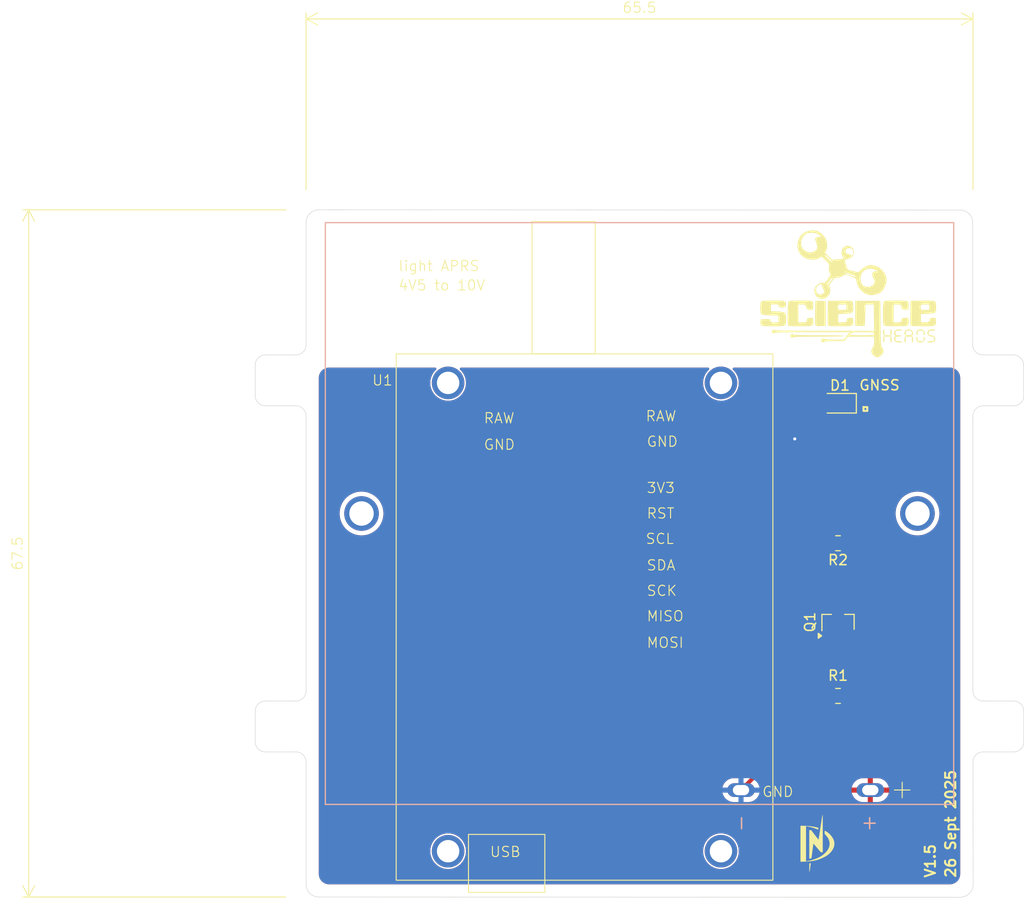
<source format=kicad_pcb>
(kicad_pcb (version 20241229) (generator "pcbnew") (generator_version "9.0")
  (title_block (title "light APRS") (date "2025-09-26") (rev "1.5"))
  (layers (0 "F.Cu" signal) (2 "B.Cu" signal) (13 "F.Paste" user) (15 "B.Paste" user) (5 "F.SilkS" user "F.Silkscreen") (7 "B.SilkS" user "B.Silkscreen") (1 "F.Mask" user) (3 "B.Mask" user) (25 "Edge.Cuts" user))
  (net 0 "")
  (net 1 "+BATT")
  (net 2 "GND")
  (net 8 "Net-(D1-K)")
  (net 9 "LED")
  (net 10 "Net-(Q1-D)")
  (footprint "Resistor_SMD:R_0805_2012Metric_Pad1.20x1.40mm_HandSolder" (layer "F.Cu") (at 175.25 111.75 180)
    (property "Reference" "R1" (at 0 2 0) (layer "F.SilkS"))
    (property "Value" "10k" (hide yes))
    (fp_line (start -0.227064 0.735) (end 0.227064 0.735) (stroke (width 0.12)) (layer "F.SilkS"))
    (fp_line (start -0.227064 -0.735) (end 0.227064 -0.735) (stroke (width 0.12)) (layer "F.SilkS"))
    (pad "1" smd roundrect (at -1 0 180) (size 1.2 1.4) (layers "F.Cu" "F.Mask" "F.Paste") (roundrect_rratio 0.208333) (net 2 "GND"))
    (pad "2" smd roundrect (at 1 0 180) (size 1.2 1.4) (layers "F.Cu" "F.Mask" "F.Paste") (roundrect_rratio 0.208333) (net 9 "LED"))
  )
  (footprint "Dave:light_APRS_SMD" (layer "F.Cu") (at 148.9 129.85)
    (property "Reference" "U1" (at -18.4 -49.1 0) (layer "F.SilkS") (effects (font (thickness 0.1))))
    (property "Value" "light APRS v1.0" (hide yes))
    (fp_rect (start -17.05 -51.7) (end 19.95 0) (stroke (width 0.1)) (fill no) (layer "F.SilkS"))
    (fp_rect (start -9.95 -4.5) (end -2.45 1.2) (stroke (width 0.1)) (fill no) (layer "F.SilkS"))
    (fp_rect (start -3.7 -64.7) (end 2.5 -51.7) (stroke (width 0.1)) (fill no) (layer "F.SilkS"))
    (fp_text user "3V3" (at 7.5 -37.95 0) (layer "F.SilkS") (effects (font (thickness 0.1)) (justify left bottom)))
    (fp_text user "MOSI" (at 7.5 -22.75 0) (layer "F.SilkS") (effects (font (thickness 0.1)) (justify left bottom)))
    (fp_text user "GND" (at 7.5 -42.5 0) (layer "F.SilkS") (effects (font (thickness 0.1)) (justify left bottom)))
    (fp_text user "SCK" (at 7.5 -27.85 0) (layer "F.SilkS") (effects (font (thickness 0.1)) (justify left bottom)))
    (fp_text user "4V5 to 10V" (at -16.9 -57.85 0) (layer "F.SilkS") (effects (font (thickness 0.1)) (justify left bottom)))
    (fp_text user "MISO" (at 7.5 -25.35 0) (layer "F.SilkS") (effects (font (thickness 0.1)) (justify left bottom)))
    (fp_text user "SDA" (at 7.5 -30.35 0) (layer "F.SilkS") (effects (font (thickness 0.1)) (justify left bottom)))
    (fp_text user "light APRS" (at -16.9 -59.75 0) (layer "F.SilkS") (effects (font (thickness 0.1)) (justify left bottom)))
    (fp_text user "GND" (at -8.5 -42.2 0) (layer "F.SilkS") (effects (font (thickness 0.1)) (justify left bottom)))
    (fp_text user "SCL" (at 7.4 -32.95 0) (layer "F.SilkS") (effects (font (thickness 0.1)) (justify left bottom)))
    (fp_text user "RAW" (at 7.4 -45 0) (layer "F.SilkS") (effects (font (thickness 0.1)) (justify left bottom)))
    (fp_text user "RST" (at 7.5 -35.45 0) (layer "F.SilkS") (effects (font (thickness 0.1)) (justify left bottom)))
    (fp_text user "USB" (at -7.9 -2.2 0) (layer "F.SilkS") (effects (font (thickness 0.1)) (justify left bottom)))
    (fp_text user "RAW" (at -8.5 -44.8 0) (layer "F.SilkS") (effects (font (thickness 0.1)) (justify left bottom)))
    (pad "" np_thru_hole circle (at -11.95 -48.85) (size 3.2 3.2) (drill 2.2) (layers "*.Cu" "*.Mask"))
    (pad "" np_thru_hole circle (at -11.95 -2.85) (size 3.2 3.2) (drill 2.2) (layers "*.Cu" "*.Mask"))
    (pad "" np_thru_hole circle (at 14.85 -48.85) (size 3.2 3.2) (drill 2.2) (layers "*.Cu" "*.Mask"))
    (pad "" np_thru_hole circle (at 14.85 -2.85) (size 3.2 3.2) (drill 2.2) (layers "*.Cu" "*.Mask"))
    (pad "1" smd rect (at -10.95 -45.35) (size 3.4 1.2) (layers "F.Cu" "F.Mask" "F.Paste"))
    (pad "2" smd rect (at -14 -42.81) (size 3.4 1.3) (layers "F.Cu" "F.Mask" "F.Paste"))
    (pad "3" smd rect (at 16.75 -45.85) (size 3.4 1.2) (layers "F.Cu" "F.Mask" "F.Paste") (net 1 "+BATT"))
    (pad "4" smd rect (at 13.85 -43.31) (size 3.4 1.2) (layers "F.Cu" "F.Mask" "F.Paste") (net 2 "GND"))
    (pad "5" smd rect (at 16.85 -38.7) (size 3.4 1.2) (layers "F.Cu" "F.Mask" "F.Paste"))
    (pad "6" smd rect (at 13.95 -36.16) (size 3.4 1.2) (layers "F.Cu" "F.Mask" "F.Paste"))
    (pad "7" smd rect (at 16.85 -33.62) (size 3.4 1.2) (layers "F.Cu" "F.Mask" "F.Paste"))
    (pad "8" smd rect (at 13.95 -31.08) (size 3.4 1.2) (layers "F.Cu" "F.Mask" "F.Paste"))
    (pad "9" smd rect (at 16.85 -28.54) (size 3.4 1.2) (layers "F.Cu" "F.Mask" "F.Paste") (net 9 "LED"))
    (pad "10" smd rect (at 13.95 -26) (size 3.4 1.2) (layers "F.Cu" "F.Mask" "F.Paste"))
    (pad "11" smd rect (at 16.85 -23.46) (size 3.4 1.2) (layers "F.Cu" "F.Mask" "F.Paste"))
  )
  (footprint "LED_SMD:LED_0805_2012Metric_Pad1.15x1.40mm_HandSolder" (layer "F.Cu") (at 175.1875 83 180)
    (property "Reference" "D1" (at -0.25 1.75 0) (layer "F.SilkS"))
    (property "Value" "LED LTST-C171TGKT" (hide yes))
    (fp_line (start 1 -0.96) (end -1.86 -0.96) (stroke (width 0.12)) (layer "F.SilkS"))
    (fp_line (start -1.86 0.96) (end 1 0.96) (stroke (width 0.12)) (layer "F.SilkS"))
    (fp_line (start -1.86 -0.96) (end -1.86 0.96) (stroke (width 0.12)) (layer "F.SilkS"))
    (pad "1" smd roundrect (at -1.025 0 180) (size 1.15 1.4) (layers "F.Cu" "F.Mask" "F.Paste") (roundrect_rratio 0.217391) (net 8 "Net-(D1-K)"))
    (pad "2" smd roundrect (at 1.025 0 180) (size 1.15 1.4) (layers "F.Cu" "F.Mask" "F.Paste") (roundrect_rratio 0.217391) (net 1 "+BATT"))
  )
  (footprint "Resistor_SMD:R_0805_2012Metric_Pad1.20x1.40mm_HandSolder" (layer "F.Cu") (at 175.25 96.75 180)
    (property "Reference" "R2" (at 0 -1.65 0) (layer "F.SilkS"))
    (property "Value" "300" (hide yes))
    (fp_line (start -0.227064 0.735) (end 0.227064 0.735) (stroke (width 0.12)) (layer "F.SilkS"))
    (fp_line (start -0.227064 -0.735) (end 0.227064 -0.735) (stroke (width 0.12)) (layer "F.SilkS"))
    (pad "1" smd roundrect (at -1 0 180) (size 1.2 1.4) (layers "F.Cu" "F.Mask" "F.Paste") (roundrect_rratio 0.208333) (net 10 "Net-(Q1-D)"))
    (pad "2" smd roundrect (at 1 0 180) (size 1.2 1.4) (layers "F.Cu" "F.Mask" "F.Paste") (roundrect_rratio 0.208333) (net 8 "Net-(D1-K)"))
  )
  (footprint "Dave:ScienceHeads_20mm" (layer "F.Cu") (at 176.25 72.25)
    (property "Reference" "G***" (hide yes))
    (property "Value" "LOGO" (hide yes))
    (fp_poly (pts (xy -0.580572 -3.447143) (xy -0.616857 -3.410858) (xy -0.653143 -3.447143) (xy -0.616857 -3.483429)) (fill yes) (layer "F.SilkS"))
    (fp_poly (pts (xy -2.213429 1.923142) (xy -2.213429 3.156857) (xy -2.704283 3.178338) (xy -2.993887 3.181489) (xy -3.162468 3.157542) (xy -3.232159 3.103334) (xy -3.232346 3.102853) (xy -3.243825 3.000032) (xy -3.251318 2.77921) (xy -3.254454 2.467484) (xy -3.252863 2.091951) (xy -3.249492 1.847658) (xy -3.229429 0.689428) (xy -2.721429 0.689428) (xy -2.213429 0.689428)) (fill yes) (layer "F.SilkS"))
    (fp_poly (pts (xy 7.379489 3.573788) (xy 7.427323 3.616142) (xy 7.510608 3.7579) (xy 7.545507 3.914395) (xy 7.526383 4.032518) (xy 7.474857 4.064) (xy 7.423902 4.000937) (xy 7.402291 3.848994) (xy 7.402285 3.846285) (xy 7.390822 3.706685) (xy 7.328703 3.644627) (xy 7.174333 3.628914) (xy 7.112 3.628571) (xy 6.925866 3.637168) (xy 6.843122 3.683758) (xy 6.822172 3.799535) (xy 6.821714 3.846285) (xy 6.800693 3.99915) (xy 6.750045 4.063983) (xy 6.749142 4.064) (xy 6.695147 4.00174) (xy 6.676571 3.877387) (xy 6.715381 3.69327) (xy 6.780245 3.587102) (xy 6.957511 3.499308) (xy 7.180581 3.495917)) (fill yes) (layer "F.SilkS"))
    (fp_poly (pts (xy 7.53785 4.265113) (xy 7.542861 4.397334) (xy 7.496881 4.552267) (xy 7.414714 4.669609) (xy 7.231462 4.762055) (xy 7.011058 4.780873) (xy 6.820357 4.724872) (xy 6.767285 4.681159) (xy 6.703195 4.551815) (xy 6.678658 4.391374) (xy 6.695909 4.25799) (xy 6.749142 4.209142) (xy 6.800097 4.272205) (xy 6.821708 4.424148) (xy 6.821714 4.426857) (xy 6.833177 4.566457) (xy 6.895296 4.628515) (xy 7.049667 4.644227) (xy 7.112 4.644571) (xy 7.298133 4.635974) (xy 7.380877 4.589384) (xy 7.401827 4.473606) (xy 7.402285 4.426857) (xy 7.423306 4.273992) (xy 7.473954 4.209159) (xy 7.474857 4.209142)) (fill yes) (layer "F.SilkS"))
    (fp_poly (pts (xy -5.435787 3.969846) (xy -5.428862 3.976395) (xy -5.362558 4.001718) (xy -5.212552 4.022193) (xy -4.968609 4.038167) (xy -4.620497 4.049987) (xy -4.157981 4.058001) (xy -3.570829 4.062556) (xy -2.848806 4.063999) (xy -2.847775 4.064) (xy -2.09094 4.066068) (xy -1.471582 4.072245) (xy -0.991232 4.082484) (xy -0.651418 4.09674) (xy -0.453671 4.114967) (xy -0.399143 4.136571) (xy -0.484732 4.157774) (xy -0.708956 4.175584) (xy -1.065342 4.189812) (xy -1.547418 4.200273) (xy -2.14871 4.206776) (xy -2.862747 4.209136) (xy -2.902858 4.209142) (xy -3.622582 4.211282) (xy -4.229899 4.217575) (xy -4.718337 4.227834) (xy -5.081421 4.241871) (xy -5.31268 4.259499) (xy -5.405641 4.28053) (xy -5.406572 4.281714) (xy -5.506238 4.350289) (xy -5.632745 4.276407) (xy -5.663595 4.241786) (xy -5.700667 4.117885) (xy -5.649321 4.002165) (xy -5.548159 3.93827)) (fill yes) (layer "F.SilkS"))
    (fp_poly (pts (xy 8.506551 3.506396) (xy 8.563428 3.556) (xy 8.498565 3.599279) (xy 8.334453 3.625241) (xy 8.236857 3.628571) (xy 8.036043 3.634882) (xy 7.940931 3.671322) (xy 7.912131 3.76415) (xy 7.910285 3.846285) (xy 7.927629 3.999268) (xy 8.010344 4.056646) (xy 8.133183 4.064) (xy 8.375732 4.116692) (xy 8.525439 4.26224) (xy 8.563428 4.426857) (xy 8.516646 4.60347) (xy 8.459755 4.68604) (xy 8.341145 4.745371) (xy 8.16117 4.780128) (xy 7.971054 4.788017) (xy 7.82202 4.766745) (xy 7.765143 4.717142) (xy 7.830006 4.673862) (xy 7.994118 4.647901) (xy 8.091714 4.644571) (xy 8.292528 4.63826) (xy 8.38764 4.60182) (xy 8.416439 4.508992) (xy 8.418285 4.426857) (xy 8.400942 4.273874) (xy 8.318227 4.216496) (xy 8.195387 4.209142) (xy 7.967145 4.156413) (xy 7.815137 4.022146) (xy 7.758201 3.842219) (xy 7.815173 3.65251) (xy 7.868816 3.587102) (xy 7.987426 3.527771) (xy 8.1674 3.493014) (xy 8.357516 3.485124)) (fill yes) (layer "F.SilkS"))
    (fp_poly (pts (xy 4.259062 3.54506) (xy 4.279685 3.69287) (xy 4.272664 3.871234) (xy 4.23965 4.024525) (xy 4.191 4.094238) (xy 4.13763 4.141897) (xy 4.191 4.178904) (xy 4.245308 4.265025) (xy 4.275064 4.424673) (xy 4.278614 4.602221) (xy 4.254306 4.742044) (xy 4.209142 4.789714) (xy 4.163698 4.725332) (xy 4.138422 4.564498) (xy 4.136571 4.499428) (xy 4.136571 4.209142) (xy 3.846285 4.209142) (xy 3.556 4.209142) (xy 3.556 4.499428) (xy 3.539904 4.681206) (xy 3.499696 4.782312) (xy 3.483428 4.789714) (xy 3.437591 4.725421) (xy 3.412479 4.565195) (xy 3.410857 4.505476) (xy 3.432021 4.313547) (xy 3.484586 4.191853) (xy 3.501571 4.178904) (xy 3.55494 4.131245) (xy 3.501571 4.094238) (xy 3.447262 4.008116) (xy 3.417507 3.848469) (xy 3.413957 3.670921) (xy 3.438265 3.531098) (xy 3.483428 3.483428) (xy 3.528873 3.54781) (xy 3.554149 3.708644) (xy 3.556 3.773714) (xy 3.556 4.064) (xy 3.846285 4.064) (xy 4.136571 4.064) (xy 4.136571 3.773714) (xy 4.152667 3.591936) (xy 4.192875 3.49083) (xy 4.209142 3.483428)) (fill yes) (layer "F.SilkS"))
    (fp_poly (pts (xy 5.240836 3.506396) (xy 5.297714 3.556) (xy 5.23285 3.599279) (xy 5.068739 3.625241) (xy 4.971142 3.628571) (xy 4.770329 3.634882) (xy 4.675217 3.671322) (xy 4.646417 3.76415) (xy 4.644571 3.846285) (xy 4.656034 3.985885) (xy 4.718154 4.047943) (xy 4.872524 4.063656) (xy 4.934857 4.064) (xy 5.116634 4.080095) (xy 5.21774 4.120303) (xy 5.225142 4.136571) (xy 5.160761 4.182015) (xy 4.999927 4.207292) (xy 4.934857 4.209142) (xy 4.748723 4.21774) (xy 4.665979 4.264329) (xy 4.645029 4.380107) (xy 4.644571 4.426857) (xy 4.654038 4.560732) (xy 4.708698 4.62414) (xy 4.84794 4.64334) (xy 4.971142 4.644571) (xy 5.165902 4.658985) (xy 5.282729 4.695454) (xy 5.297714 4.717142) (xy 5.235579 4.767076) (xy 5.083181 4.786312) (xy 4.89153 4.777444) (xy 4.711636 4.743067) (xy 4.594508 4.685774) (xy 4.590142 4.681159) (xy 4.518214 4.52943) (xy 4.499428 4.399682) (xy 4.532466 4.246797) (xy 4.590142 4.178904) (xy 4.643512 4.131245) (xy 4.590142 4.094238) (xy 4.516452 3.990669) (xy 4.505661 3.821619) (xy 4.556121 3.651607) (xy 4.603102 3.587102) (xy 4.721712 3.527771) (xy 4.901686 3.493014) (xy 5.091802 3.485124)) (fill yes) (layer "F.SilkS"))
    (fp_poly (pts (xy 6.076567 3.503206) (xy 6.262762 3.601047) (xy 6.372759 3.770116) (xy 6.386285 3.866381) (xy 6.35445 4.022088) (xy 6.295571 4.094238) (xy 6.242202 4.141897) (xy 6.295571 4.178904) (xy 6.34988 4.265025) (xy 6.379635 4.424673) (xy 6.383185 4.602221) (xy 6.358878 4.742044) (xy 6.313714 4.789714) (xy 6.26827 4.725332) (xy 6.242993 4.564498) (xy 6.241142 4.499428) (xy 6.241142 4.209142) (xy 5.950857 4.209142) (xy 5.660571 4.209142) (xy 5.660571 4.499428) (xy 5.644476 4.681206) (xy 5.604267 4.782312) (xy 5.588 4.789714) (xy 5.542162 4.725421) (xy 5.517051 4.565195) (xy 5.515428 4.505476) (xy 5.536592 4.313547) (xy 5.589158 4.191853) (xy 5.606142 4.178904) (xy 5.659512 4.131245) (xy 5.606142 4.094238) (xy 5.530402 3.990026) (xy 5.52378 3.846285) (xy 5.660571 3.846285) (xy 5.672034 3.985885) (xy 5.734154 4.047943) (xy 5.888524 4.063656) (xy 5.950857 4.064) (xy 6.13699 4.055402) (xy 6.219734 4.008813) (xy 6.240685 3.893035) (xy 6.241142 3.846285) (xy 6.229679 3.706685) (xy 6.16756 3.644627) (xy 6.01319 3.628914) (xy 5.950857 3.628571) (xy 5.764723 3.637168) (xy 5.681979 3.683758) (xy 5.661029 3.799535) (xy 5.660571 3.846285) (xy 5.52378 3.846285) (xy 5.522731 3.823511) (xy 5.578618 3.658082) (xy 5.642428 3.584451) (xy 5.855885 3.492405)) (fill yes) (layer "F.SilkS"))
    (fp_poly (pts (xy 5.146204 0.655164) (xy 5.480116 0.666969) (xy 5.707553 0.697164) (xy 5.847845 0.754356) (xy 5.920323 0.847154) (xy 5.944319 0.984166) (xy 5.939164 1.173999) (xy 5.93692 1.209933) (xy 5.914571 1.560285) (xy 5.588 1.560285) (xy 5.386089 1.553567) (xy 5.285256 1.512865) (xy 5.24147 1.407357) (xy 5.225142 1.306285) (xy 5.1967 1.155906) (xy 5.1401 1.080956) (xy 5.014064 1.055169) (xy 4.826 1.052285) (xy 4.463142 1.052285) (xy 4.463142 1.923142) (xy 4.463142 2.794) (xy 4.825287 2.794) (xy 5.041462 2.788027) (xy 5.154126 2.755021) (xy 5.204842 2.672351) (xy 5.225142 2.576285) (xy 5.260344 2.441699) (xy 5.333449 2.378278) (xy 5.488727 2.359513) (xy 5.588712 2.358571) (xy 5.914571 2.358571) (xy 5.937149 2.672363) (xy 5.945007 2.858479) (xy 5.924936 2.993991) (xy 5.857679 3.086917) (xy 5.723978 3.145276) (xy 5.504579 3.177086) (xy 5.180223 3.190366) (xy 4.731655 3.193135) (xy 4.686485 3.193142) (xy 4.191515 3.188054) (xy 3.833724 3.172418) (xy 3.605493 3.145676) (xy 3.499201 3.107268) (xy 3.497942 3.106057) (xy 3.459094 3.002592) (xy 3.432 2.776998) (xy 3.416106 2.42175) (xy 3.410857 1.929318) (xy 3.410857 1.923142) (xy 3.415992 1.429168) (xy 3.431767 1.072459) (xy 3.458735 0.845487) (xy 3.497452 0.740726) (xy 3.497942 0.740228) (xy 3.601027 0.701496) (xy 3.825844 0.674444) (xy 4.180014 0.658513) (xy 4.671155 0.653146) (xy 4.686485 0.653142)) (fill yes) (layer "F.SilkS"))
    (fp_poly (pts (xy -4.21551 0.655164) (xy -3.881598 0.666969) (xy -3.654162 0.697164) (xy -3.51387 0.754356) (xy -3.441391 0.847154) (xy -3.417395 0.984166) (xy -3.42255 1.173999) (xy -3.424794 1.209933) (xy -3.444405 1.420781) (xy -3.487044 1.52727) (xy -3.58135 1.570074) (xy -3.687741 1.58338) (xy -3.939482 1.563087) (xy -4.09198 1.439491) (xy -4.150407 1.246546) (xy -4.175373 1.13109) (xy -4.241815 1.073615) (xy -4.38944 1.054101) (xy -4.535715 1.052285) (xy -4.898572 1.052285) (xy -4.898572 1.923142) (xy -4.898572 2.794) (xy -4.500142 2.794) (xy -4.271037 2.789403) (xy -4.14779 2.762547) (xy -4.09114 2.693834) (xy -4.064 2.576285) (xy -4.025131 2.435574) (xy -3.942913 2.373563) (xy -3.769897 2.358689) (xy -3.736716 2.358571) (xy -3.447143 2.358571) (xy -3.424566 2.672363) (xy -3.41652 2.856121) (xy -3.435406 2.990631) (xy -3.500224 3.083568) (xy -3.629979 3.142608) (xy -3.84367 3.175426) (xy -4.1603 3.189695) (xy -4.598872 3.193092) (xy -4.713934 3.193142) (xy -5.106865 3.19021) (xy -5.447538 3.182114) (xy -5.710036 3.169912) (xy -5.868442 3.154657) (xy -5.902477 3.144761) (xy -5.927279 3.048431) (xy -5.943964 2.838052) (xy -5.953027 2.544466) (xy -5.954964 2.198511) (xy -5.950273 1.831026) (xy -5.939449 1.472853) (xy -5.92299 1.154829) (xy -5.90139 0.907794) (xy -5.875147 0.762588) (xy -5.863772 0.740228) (xy -5.760687 0.701496) (xy -5.53587 0.674444) (xy -5.1817 0.658513) (xy -4.690559 0.653146) (xy -4.675229 0.653142)) (fill yes) (layer "F.SilkS"))
    (fp_poly (pts (xy 0.046335 0.674303) (xy 0.289538 0.696171) (xy 0.405903 0.731382) (xy 0.407577 0.732714) (xy 0.461841 0.84944) (xy 0.495782 1.06018) (xy 0.508035 1.315048) (xy 0.497233 1.564159) (xy 0.462013 1.757626) (xy 0.437182 1.814285) (xy 0.352116 1.873772) (xy 0.170483 1.917165) (xy -0.127466 1.948325) (xy -0.305564 1.959428) (xy -0.979715 1.995714) (xy -0.979715 2.394857) (xy -0.979715 2.794) (xy -0.581284 2.794) (xy -0.35218 2.789403) (xy -0.228933 2.762547) (xy -0.172283 2.693834) (xy -0.145143 2.576285) (xy -0.106274 2.435574) (xy -0.024056 2.373563) (xy 0.14896 2.358689) (xy 0.182141 2.358571) (xy 0.471714 2.358571) (xy 0.494292 2.672363) (xy 0.502403 2.855269) (xy 0.483938 2.989413) (xy 0.419989 3.082347) (xy 0.291644 3.141627) (xy 0.079996 3.174804) (xy -0.233866 3.189433) (xy -0.668852 3.193067) (xy -0.80945 3.193142) (xy -1.272197 3.190142) (xy -1.60631 3.180282) (xy -1.828191 3.162271) (xy -1.954243 3.13482) (xy -1.999912 3.099515) (xy -2.010952 2.997886) (xy -2.018072 2.778156) (xy -2.020929 2.467325) (xy -2.019182 2.092391) (xy -2.015778 1.847658) (xy -2.008467 1.425607) (xy -1.010625 1.425607) (xy -0.943224 1.540276) (xy -0.777609 1.584378) (xy -0.56324 1.582249) (xy -0.181429 1.560285) (xy -0.181429 1.306285) (xy -0.181429 1.052285) (xy -0.580572 1.052285) (xy -0.811484 1.058254) (xy -0.93493 1.086127) (xy -0.98842 1.150849) (xy -1.003597 1.220849) (xy -1.010625 1.425607) (xy -2.008467 1.425607) (xy -1.995715 0.689428) (xy -0.84428 0.6694) (xy -0.32963 0.665479)) (fill yes) (layer "F.SilkS"))
    (fp_poly (pts (xy 8.174335 0.674303) (xy 8.417538 0.696171) (xy 8.533903 0.731382) (xy 8.535577 0.732714) (xy 8.589841 0.84944) (xy 8.623782 1.06018) (xy 8.636035 1.315048) (xy 8.625233 1.564159) (xy 8.590013 1.757626) (xy 8.565182 1.814285) (xy 8.480116 1.873772) (xy 8.298483 1.917165) (xy 8.000534 1.948325) (xy 7.822436 1.959428) (xy 7.148285 1.995714) (xy 7.148285 2.394857) (xy 7.148285 2.794) (xy 7.546716 2.794) (xy 7.77582 2.789403) (xy 7.899067 2.762547) (xy 7.955717 2.693834) (xy 7.982857 2.576285) (xy 8.021726 2.435574) (xy 8.103944 2.373563) (xy 8.27696 2.358689) (xy 8.310141 2.358571) (xy 8.599714 2.358571) (xy 8.622292 2.672363) (xy 8.630403 2.855269) (xy 8.611938 2.989413) (xy 8.547989 3.082347) (xy 8.419644 3.141627) (xy 8.207996 3.174804) (xy 7.894134 3.189433) (xy 7.459148 3.193067) (xy 7.31855 3.193142) (xy 6.855803 3.190142) (xy 6.52169 3.180282) (xy 6.299809 3.162271) (xy 6.173757 3.13482) (xy 6.128088 3.099515) (xy 6.117048 2.997886) (xy 6.109928 2.778156) (xy 6.107071 2.467325) (xy 6.108818 2.092391) (xy 6.112222 1.847658) (xy 6.119533 1.425607) (xy 7.117375 1.425607) (xy 7.184776 1.540276) (xy 7.350391 1.584378) (xy 7.56476 1.582249) (xy 7.946571 1.560285) (xy 7.946571 1.306285) (xy 7.946571 1.052285) (xy 7.547428 1.052285) (xy 7.316516 1.058254) (xy 7.19307 1.086127) (xy 7.13958 1.150849) (xy 7.124403 1.220849) (xy 7.117375 1.425607) (xy 6.119533 1.425607) (xy 6.132285 0.689428) (xy 7.28372 0.6694) (xy 7.79837 0.665479)) (fill yes) (layer "F.SilkS"))
    (fp_poly (pts (xy -6.898639 0.655825) (xy -6.563002 0.668419) (xy -6.334451 0.697745) (xy -6.193971 0.750624) (xy -6.122551 0.833876) (xy -6.101178 0.954321) (xy -6.109192 1.101973) (xy -6.135171 1.254158) (xy -6.203301 1.328003) (xy -6.357294 1.358156) (xy -6.440921 1.364897) (xy -6.641361 1.368701) (xy -6.748805 1.327237) (xy -6.813535 1.218411) (xy -6.82164 1.197623) (xy -6.879953 1.08302) (xy -6.970114 1.031632) (xy -7.138861 1.024695) (xy -7.23872 1.030155) (xy -7.583715 1.052285) (xy -7.583715 1.378857) (xy -7.583715 1.705428) (xy -6.969044 1.726764) (xy -6.600364 1.748341) (xy -6.352842 1.796822) (xy -6.202609 1.893361) (xy -6.125794 2.059112) (xy -6.098526 2.315228) (xy -6.096 2.500447) (xy -6.108282 2.795243) (xy -6.141726 3.011078) (xy -6.183086 3.106057) (xy -6.294142 3.145312) (xy -6.516944 3.173912) (xy -6.819922 3.192082) (xy -7.171504 3.20005) (xy -7.540119 3.19804) (xy -7.894197 3.186281) (xy -8.202166 3.164997) (xy -8.432455 3.134415) (xy -8.553492 3.094761) (xy -8.559495 3.089026) (xy -8.613222 2.947586) (xy -8.623346 2.750202) (xy -8.622809 2.744312) (xy -8.599715 2.503714) (xy -8.145668 2.482096) (xy -7.895688 2.474316) (xy -7.751483 2.489326) (xy -7.674061 2.539528) (xy -7.624425 2.637327) (xy -7.619806 2.649369) (xy -7.561554 2.763555) (xy -7.471191 2.814721) (xy -7.302017 2.821552) (xy -7.202995 2.81613) (xy -6.858 2.794) (xy -6.858 2.467428) (xy -6.858 2.140857) (xy -7.651978 2.120118) (xy -7.984131 2.104761) (xy -8.266748 2.079296) (xy -8.465583 2.04756) (xy -8.540978 2.020518) (xy -8.591294 1.906842) (xy -8.623478 1.694424) (xy -8.637249 1.428563) (xy -8.632327 1.154559) (xy -8.608429 0.917711) (xy -8.565276 0.763317) (xy -8.548915 0.740228) (xy -8.44583 0.701496) (xy -8.221013 0.674444) (xy -7.866843 0.658513) (xy -7.375702 0.653146) (xy -7.360372 0.653142)) (fill yes) (layer "F.SilkS"))
    (fp_poly (pts (xy 3.176076 2.892778) (xy 3.182021 3.518918) (xy 3.188469 4.01642) (xy 3.196548 4.401785) (xy 3.207388 4.691517) (xy 3.222117 4.902118) (xy 3.241866 5.050091) (xy 3.267762 5.151938) (xy 3.300935 5.224162) (xy 3.339362 5.279279) (xy 3.443267 5.466146) (xy 3.483428 5.639655) (xy 3.422198 5.833316) (xy 3.269102 6.027943) (xy 3.070029 6.178788) (xy 2.870871 6.241106) (xy 2.866571 6.241142) (xy 2.667051 6.182205) (xy 2.461846 6.02901) (xy 2.290846 5.786273) (xy 2.264611 5.54244) (xy 2.382791 5.293585) (xy 2.394857 5.277911) (xy 2.487173 5.110746) (xy 2.531576 4.882747) (xy 2.54 4.651267) (xy 2.54 4.209142) (xy 1.265314 4.209142) (xy -0.009371 4.209142) (xy -0.192565 4.426857) (xy -0.37576 4.644571) (xy -1.334509 4.644571) (xy -1.80212 4.651027) (xy -2.130459 4.670692) (xy -2.324834 4.704009) (xy -2.380862 4.732175) (xy -2.473401 4.776378) (xy -2.584695 4.703466) (xy -2.592355 4.695889) (xy -2.676054 4.592982) (xy -2.650721 4.510303) (xy -2.592355 4.44811) (xy -2.478575 4.368509) (xy -2.386308 4.406496) (xy -2.380862 4.411824) (xy -2.263796 4.455143) (xy -2.011724 4.483665) (xy -1.620851 4.497721) (xy -1.375703 4.499428) (xy -0.458149 4.499428) (xy -0.152183 4.136571) (xy -0.045857 4.010474) (xy 0.199559 4.010474) (xy 0.242549 4.03631) (xy 0.356731 4.052117) (xy 0.560398 4.060357) (xy 0.871838 4.063497) (xy 1.309342 4.063999) (xy 1.331323 4.064) (xy 1.775586 4.063211) (xy 2.095185 4.059204) (xy 2.310595 4.049522) (xy 2.442294 4.031704) (xy 2.510757 4.003293) (xy 2.536461 3.961829) (xy 2.54 3.918857) (xy 2.532807 3.862828) (xy 2.496782 3.823433) (xy 2.410252 3.797753) (xy 2.251546 3.782868) (xy 1.998993 3.775857) (xy 1.63092 3.773803) (xy 1.462676 3.773714) (xy 1.041657 3.775226) (xy 0.741274 3.781723) (xy 0.537034 3.796146) (xy 0.404445 3.821436) (xy 0.319014 3.860534) (xy 0.25625 3.916383) (xy 0.254 3.918857) (xy 0.209473 3.972144) (xy 0.199559 4.010474) (xy -0.045857 4.010474) (xy 0.153782 3.773714) (xy -3.500881 3.773714) (xy -4.378552 3.774597) (xy -5.120021 3.777385) (xy -5.734221 3.782288) (xy -6.230082 3.789515) (xy -6.616536 3.799274) (xy -6.902514 3.811775) (xy -7.096949 3.827227) (xy -7.20877 3.845838) (xy -7.243147 3.861318) (xy -7.335687 3.905521) (xy -7.44698 3.832609) (xy -7.454641 3.825032) (xy -7.53834 3.722125) (xy -7.513007 3.639446) (xy -7.454641 3.577253) (xy -7.340861 3.497651) (xy -7.248594 3.535638) (xy -7.243147 3.540967) (xy -7.190043 3.559299) (xy -7.064705 3.575129) (xy -6.859197 3.588596) (xy -6.565589 3.599841) (xy -6.175946 3.609007) (xy -5.682335 3.616232) (xy -5.076823 3.621658) (xy -4.351477 3.625426) (xy -3.498364 3.627676) (xy -2.509551 3.628549) (xy -2.306097 3.628571) (xy 2.543349 3.628571) (xy 2.523531 2.340428) (xy 2.503714 1.052285) (xy 2.104571 1.052285) (xy 1.705428 1.052285) (xy 1.669142 2.104571) (xy 1.632857 3.156857) (xy 1.161142 3.156857) (xy 0.689428 3.156857) (xy 0.689428 1.923142) (xy 0.689428 0.689428) (xy 1.923142 0.689428) (xy 3.156857 0.689428)) (fill yes) (layer "F.SilkS"))
    (fp_poly (pts (xy -3.230001 -6.225289) (xy -2.998296 -6.164121) (xy -2.770625 -6.033444) (xy -2.523626 -5.824904) (xy -2.309597 -5.586877) (xy -2.211242 -5.436064) (xy -2.100478 -5.127182) (xy -2.055355 -4.783046) (xy -2.07954 -4.462623) (xy -2.139643 -4.284064) (xy -2.262927 -4.045658) (xy -1.884585 -3.662557) (xy -1.685079 -3.466609) (xy -1.550355 -3.359216) (xy -1.446622 -3.322398) (xy -1.340088 -3.338172) (xy -1.299846 -3.351406) (xy -1.07859 -3.392311) (xy -0.840602 -3.389282) (xy -0.618246 -3.405275) (xy -0.444686 -3.498674) (xy -0.364183 -3.643816) (xy -0.362857 -3.6663) (xy -0.400166 -3.666588) (xy -0.477639 -3.588014) (xy -0.556243 -3.50101) (xy -0.565762 -3.528386) (xy -0.55338 -3.571819) (xy -0.553103 -3.698033) (xy -0.583741 -3.739388) (xy -0.627864 -3.833078) (xy -0.651749 -4.013068) (xy -0.653143 -4.071582) (xy -0.642977 -4.122424) (xy -0.277714 -4.122424) (xy -0.224687 -3.998174) (xy -0.08506 -3.941211) (xy -0.013982 -3.932092) (xy 0.162038 -3.887177) (xy 0.263897 -3.80938) (xy 0.266636 -3.80324) (xy 0.333239 -3.742188) (xy 0.416593 -3.786792) (xy 0.485083 -3.905863) (xy 0.508 -4.041372) (xy 0.462311 -4.303759) (xy 0.323732 -4.455417) (xy 0.115189 -4.499429) (xy -0.125245 -4.45157) (xy -0.258405 -4.314682) (xy -0.277714 -4.122424) (xy -0.642977 -4.122424) (xy -0.593099 -4.371868) (xy -0.426019 -4.589674) (xy -0.17148 -4.704513) (xy -0.036286 -4.717143) (xy 0.235414 -4.660697) (xy 0.428724 -4.512104) (xy 0.541887 -4.302478) (xy 0.573145 -4.062937) (xy 0.520742 -3.824595) (xy 0.382918 -3.618571) (xy 0.157916 -3.475978) (xy 0.035726 -3.44225) (xy -0.214178 -3.36248) (xy -0.328144 -3.238605) (xy -0.310433 -3.064084) (xy -0.266836 -2.977616) (xy -0.179535 -2.775905) (xy -0.145143 -2.594848) (xy -0.131257 -2.503212) (xy -0.074291 -2.429809) (xy 0.048717 -2.363359) (xy 0.260728 -2.292581) (xy 0.584702 -2.206193) (xy 0.709472 -2.174973) (xy 0.908912 -2.133916) (xy 1.031791 -2.150935) (xy 1.140955 -2.243718) (xy 1.201023 -2.313323) (xy 1.429897 -2.517321) (xy 1.724927 -2.690425) (xy 2.027717 -2.802981) (xy 2.218198 -2.829881) (xy 2.657209 -2.763712) (xy 3.052684 -2.581191) (xy 3.38228 -2.303716) (xy 3.623652 -1.952682) (xy 3.754456 -1.549485) (xy 3.771411 -1.342572) (xy 3.726199 -1.047337) (xy 3.607091 -0.712093) (xy 3.441205 -0.398665) (xy 3.257176 -0.170242) (xy 3.008723 -0.01711) (xy 2.67482 0.09298) (xy 2.312962 0.142143) (xy 2.249714 0.143144) (xy 1.858094 0.073049) (xy 1.49383 -0.116214) (xy 1.182161 -0.398686) (xy 0.948327 -0.748407) (xy 0.817568 -1.139417) (xy 0.79869 -1.349249) (xy 0.770044 -1.441212) (xy 0.727693 -1.477343) (xy 1.20137 -1.477343) (xy 1.246517 -1.128757) (xy 1.394863 -0.876842) (xy 1.632857 -0.71837) (xy 1.880805 -0.677399) (xy 2.161163 -0.725535) (xy 2.404179 -0.848781) (xy 2.441549 -0.880634) (xy 2.561396 -1.047586) (xy 2.611906 -1.229733) (xy 2.582892 -1.37492) (xy 2.545294 -1.411871) (xy 2.479988 -1.503076) (xy 2.40569 -1.674226) (xy 2.393021 -1.71099) (xy 2.361618 -1.962201) (xy 2.443714 -2.138947) (xy 2.624442 -2.222259) (xy 2.789593 -2.21701) (xy 2.91375 -2.199048) (xy 2.925473 -2.214105) (xy 2.817138 -2.273832) (xy 2.721428 -2.321215) (xy 2.32649 -2.452571) (xy 1.962754 -2.457153) (xy 1.649322 -2.345567) (xy 1.405298 -2.128417) (xy 1.249786 -1.816309) (xy 1.20137 -1.477343) (xy 0.727693 -1.477343) (xy 0.667858 -1.52839) (xy 0.466961 -1.628061) (xy 0.283003 -1.703234) (xy -0.23228 -1.905398) (xy -0.507021 -1.750985) (xy -0.746651 -1.650874) (xy -0.991598 -1.598708) (xy -1.037851 -1.596572) (xy -1.192008 -1.581022) (xy -1.321025 -1.51664) (xy -1.464202 -1.376831) (xy -1.593183 -1.220738) (xy -1.776002 -0.962143) (xy -1.848107 -0.785787) (xy -1.842298 -0.730881) (xy -1.759556 -0.397586) (xy -1.794614 -0.086844) (xy -1.927748 0.179034) (xy -2.139231 0.377737) (xy -2.40934 0.486953) (xy -2.718349 0.484372) (xy -2.874691 0.436874) (xy -3.106521 0.271532) (xy -3.270958 0.014092) (xy -3.338013 -0.287306) (xy -3.338286 -0.30733) (xy -3.33156 -0.364397) (xy -3.148874 -0.364397) (xy -3.103903 -0.148838) (xy -3.012358 -0.027783) (xy -2.784643 0.064915) (xy -2.561971 0.028496) (xy -2.437393 -0.065666) (xy -2.365777 -0.159744) (xy -2.355757 -0.252204) (xy -2.410584 -0.394296) (xy -2.465176 -0.503584) (xy -2.547719 -0.696136) (xy -2.577504 -0.824849) (xy -2.101962 -0.824849) (xy -2.060741 -0.83406) (xy -1.953348 -0.940292) (xy -1.798435 -1.122785) (xy -1.614651 -1.360781) (xy -1.587934 -1.397) (xy -1.509324 -1.528357) (xy -1.504387 -1.594639) (xy -1.512878 -1.596572) (xy -1.588678 -1.542138) (xy -1.713181 -1.405025) (xy -1.856401 -1.224515) (xy -1.988354 -1.039889) (xy -2.079055 -0.89043) (xy -2.101962 -0.824849) (xy -2.577504 -0.824849) (xy -2.580674 -0.83855) (xy -2.574748 -0.873347) (xy -2.578989 -0.934619) (xy -2.672018 -0.945965) (xy -2.809502 -0.915307) (xy -2.947112 -0.850566) (xy -3.014981 -0.794677) (xy -3.1193 -0.599083) (xy -3.148874 -0.364397) (xy -3.33156 -0.364397) (xy -3.312706 -0.52437) (xy -3.215408 -0.704872) (xy -3.091543 -0.841829) (xy -2.900078 -1.004711) (xy -2.717875 -1.076203) (xy -2.547999 -1.088572) (xy -2.37838 -1.097977) (xy -2.257954 -1.145331) (xy -2.145314 -1.259344) (xy -1.999052 -1.468724) (xy -1.99849 -1.469572) (xy -1.745782 -1.850572) (xy -1.827659 -2.087782) (xy -0.403838 -2.087782) (xy -0.357438 -2.050502) (xy -0.211074 -1.980339) (xy -0.001949 -1.89186) (xy 0.232731 -1.799632) (xy 0.455764 -1.718223) (xy 0.629945 -1.6622) (xy 0.718072 -1.646129) (xy 0.720876 -1.647396) (xy 0.707916 -1.70847) (xy 0.68459 -1.733943) (xy 0.584988 -1.787625) (xy 0.398573 -1.861599) (xy 0.166723 -1.942415) (xy -0.069183 -2.016621) (xy -0.267768 -2.070764) (xy -0.387654 -2.091394) (xy -0.403838 -2.087782) (xy -1.827659 -2.087782) (xy -1.855955 -2.169758) (xy -1.923669 -2.448917) (xy -1.903807 -2.666458) (xy -1.897077 -2.687022) (xy -1.87073 -2.798817) (xy -1.892917 -2.90072) (xy -1.981771 -3.026065) (xy -2.155426 -3.208183) (xy -2.210111 -3.262438) (xy -2.592195 -3.639775) (xy -2.873451 -3.489031) (xy -3.209833 -3.370549) (xy -3.502828 -3.338286) (xy -3.964921 -3.400261) (xy -4.354057 -3.572692) (xy -4.660403 -3.835339) (xy -4.667437 -3.846286) (xy -2.280544 -3.846286) (xy -2.270269 -3.799931) (xy -2.175724 -3.677716) (xy -2.016747 -3.504911) (xy -1.995715 -3.483429) (xy -1.808323 -3.302997) (xy -1.654939 -3.173074) (xy -1.567572 -3.120674) (xy -1.565742 -3.120572) (xy -1.576018 -3.166927) (xy -1.670563 -3.289143) (xy -1.829539 -3.461947) (xy -1.850572 -3.483429) (xy -2.037963 -3.663861) (xy -2.191347 -3.793784) (xy -2.278714 -3.846184) (xy -2.280544 -3.846286) (xy -4.667437 -3.846286) (xy -4.874129 -4.167962) (xy -4.985403 -4.550322) (xy -4.984695 -4.839505) (xy -4.631587 -4.839505) (xy -4.526425 -4.532248) (xy -4.450919 -4.425565) (xy -4.166211 -4.179577) (xy -3.850044 -4.07075) (xy -3.517661 -4.101922) (xy -3.283858 -4.208348) (xy -3.120283 -4.335295) (xy -3.055645 -4.485083) (xy -3.048 -4.610823) (xy -3.081776 -4.859985) (xy -3.16124 -5.088476) (xy -3.250047 -5.321813) (xy -3.223342 -5.474438) (xy -3.074138 -5.562019) (xy -2.938441 -5.588001) (xy -2.648858 -5.624286) (xy -2.902858 -5.805715) (xy -3.090855 -5.915831) (xy -3.295589 -5.971026) (xy -3.578082 -5.987078) (xy -3.604582 -5.987143) (xy -3.875712 -5.977118) (xy -4.055067 -5.937172) (xy -4.195226 -5.852501) (xy -4.248935 -5.805715) (xy -4.488236 -5.507711) (xy -4.617322 -5.175151) (xy -4.631587 -4.839505) (xy -4.984695 -4.839505) (xy -4.984394 -4.962179) (xy -4.861271 -5.383292) (xy -4.661117 -5.7229) (xy -4.391454 -5.973747) (xy -4.034555 -6.148655) (xy -3.633158 -6.236282)) (fill yes) (layer "F.SilkS"))
  )
  (footprint "Package_TO_SOT_SMD:SOT-23_Handsoldering" (layer "F.Cu") (at 175.25 104.5 90)
    (property "Reference" "Q1" (at 0 -2.75 90) (layer "F.SilkS"))
    (property "Value" "DMN2005K" (hide yes))
    (fp_line (start 0.76 -1.58) (end 0.76 -0.65) (stroke (width 0.12)) (layer "F.SilkS"))
    (fp_line (start -0.04 -1.58) (end 0.76 -1.58) (stroke (width 0.12)) (layer "F.SilkS"))
    (fp_line (start -0.04 -1.58) (end -0.84 -1.58) (stroke (width 0.12)) (layer "F.SilkS"))
    (fp_line (start 0.76 1.58) (end 0.76 0.65) (stroke (width 0.12)) (layer "F.SilkS"))
    (fp_line (start 0.76 1.58) (end -0.7 1.58) (stroke (width 0.12)) (layer "F.SilkS"))
    (fp_poly (pts (xy -1.34 -1.61) (xy -1.58 -1.94) (xy -1.1 -1.94) (xy -1.34 -1.61)) (stroke (width 0.12)) (fill yes) (layer "F.SilkS"))
    (pad "1" smd roundrect (at -1.5 -0.95 90) (size 1.9 0.8) (layers "F.Cu" "F.Mask" "F.Paste") (net 9 "LED"))
    (pad "2" smd roundrect (at -1.5 0.95 90) (size 1.9 0.8) (layers "F.Cu" "F.Mask" "F.Paste") (net 2 "GND"))
    (pad "3" smd roundrect (at 1.5 0 90) (size 1.9 0.8) (layers "F.Cu" "F.Mask" "F.Paste") (net 10 "Net-(Q1-D)"))
  )
  (footprint "Dave:DN_swoop_05mm" (layer "F.Cu") (at 173.2 126.3)
    (property "Reference" "G***" (hide yes))
    (property "Value" "LOGO" (hide yes))
    (fp_poly (pts (xy -0.694509 1.876651) (xy -0.680165 1.876814) (xy -0.626363 1.876814) (xy -0.635505 1.959712) (xy -0.639785 1.996196) (xy -0.646903 2.054206) (xy -0.656258 2.128967) (xy -0.667251 2.215702) (xy -0.67928 2.309633) (xy -0.687608 2.374124) (xy -0.701283 2.477926) (xy -0.712489 2.558271) (xy -0.721793 2.618052) (xy -0.729761 2.660166) (xy -0.736958 2.687507) (xy -0.743951 2.70297) (xy -0.751304 2.709452) (xy -0.753249 2.710005) (xy -0.75962 2.709629) (xy -0.764679 2.703981) (xy -0.768574 2.69037) (xy -0.771456 2.666108) (xy -0.773475 2.628503) (xy -0.774782 2.574866) (xy -0.775526 2.502506) (xy -0.775858 2.408734) (xy -0.775928 2.303644) (xy -0.776016 2.185843) (xy -0.77588 2.091884) (xy -0.774919 2.019085) (xy -0.772529 1.964764) (xy -0.768111 1.926238) (xy -0.76106 1.900824) (xy -0.750777 1.885841) (xy -0.736658 1.878606) (xy -0.718103 1.876437)) (fill yes) (layer "F.SilkS"))
    (fp_poly (pts (xy 0.531091 -2.868635) (xy 0.533942 -2.864793) (xy 0.536499 -2.856389) (xy 0.538779 -2.842136) (xy 0.540798 -2.820745) (xy 0.542571 -2.790929) (xy 0.544114 -2.7514) (xy 0.545442 -2.70087) (xy 0.546572 -2.638051) (xy 0.54752 -2.561655) (xy 0.548301 -2.470395) (xy 0.548931 -2.362982) (xy 0.549426 -2.238129) (xy 0.549802 -2.094547) (xy 0.550074 -1.93095) (xy 0.550258 -1.746048) (xy 0.550371 -1.538555) (xy 0.550427 -1.307182) (xy 0.550443 -1.050641) (xy 0.550443 -1.035542) (xy 0.550443 0.802454) (xy 0.452877 0.802454) (xy 0.35531 0.802454) (xy -0.001037 0.378751) (xy -0.077286 0.288361) (xy -0.148203 0.204814) (xy -0.211994 0.130186) (xy -0.266864 0.066553) (xy -0.311016 0.015992) (xy -0.342657 -0.019422) (xy -0.359991 -0.037613) (xy -0.362742 -0.039592) (xy -0.365453 -0.02581) (xy -0.371293 0.011857) (xy -0.379926 0.070996) (xy -0.391012 0.149193) (xy -0.404217 0.244033) (xy -0.419201 0.353103) (xy -0.435628 0.473988) (xy -0.45316 0.604274) (xy -0.463174 0.679228) (xy -0.558247 1.392689) (xy -0.637244 1.414839) (xy -0.684601 1.426955) (xy -0.725564 1.435434) (xy -0.746084 1.43805) (xy -0.775928 1.439112) (xy -0.775928 0.032577) (xy -0.775928 -1.373957) (xy -0.680446 -1.37006) (xy -0.584964 -1.366163) (xy -0.229892 -0.90207) (xy -0.155635 -0.805237) (xy -0.086182 -0.715097) (xy -0.023215 -0.633802) (xy 0.031584 -0.563505) (xy 0.076535 -0.506355) (xy 0.109954 -0.464506) (xy 0.13016 -0.440108) (xy 0.13554 -0.434565) (xy 0.138933 -0.446884) (xy 0.145867 -0.483635) (xy 0.156056 -0.543) (xy 0.169217 -0.62316) (xy 0.185064 -0.722298) (xy 0.203313 -0.838595) (xy 0.223678 -0.970234) (xy 0.245875 -1.115396) (xy 0.269619 -1.272263) (xy 0.294624 -1.439017) (xy 0.320607 -1.61384) (xy 0.325659 -1.64801) (xy 0.356592 -1.857064) (xy 0.383986 -2.041365) (xy 0.408091 -2.202414) (xy 0.429155 -2.341715) (xy 0.447427 -2.460769) (xy 0.463156 -2.561078) (xy 0.476591 -2.644145) (xy 0.487981 -2.711473) (xy 0.497574 -2.764562) (xy 0.505619 -2.804916) (xy 0.512365 -2.834037) (xy 0.518062 -2.853427) (xy 0.522957 -2.864588) (xy 0.527299 -2.869023) (xy 0.527931 -2.869203)) (fill yes) (layer "F.SilkS"))
    (fp_poly (pts (xy -1.402638 -1.797102) (xy -1.157586 -1.792516) (xy -0.916313 -1.779353) (xy -0.682954 -1.758097) (xy -0.461648 -1.729231) (xy -0.256533 -1.693238) (xy -0.071745 -1.650603) (xy -0.015561 -1.63505) (xy 0.128044 -1.593406) (xy 0.118883 -1.512944) (xy 0.112304 -1.461079) (xy 0.105759 -1.431281) (xy 0.097062 -1.419179) (xy 0.084023 -1.420405) (xy 0.074766 -1.424877) (xy 0.044731 -1.438527) (xy -0.00536 -1.458659) (xy -0.070377 -1.483428) (xy -0.145189 -1.510986) (xy -0.224666 -1.539486) (xy -0.303677 -1.567083) (xy -0.377093 -1.591928) (xy -0.439784 -1.612175) (xy -0.474621 -1.622647) (xy -0.649131 -1.668881) (xy -0.820931 -1.707476) (xy -0.978199 -1.735872) (xy -1.094256 -1.753768) (xy -1.094256 -0.03316) (xy -1.094256 1.687448) (xy -0.978199 1.669656) (xy -0.779772 1.633037) (xy -0.576348 1.583923) (xy -0.372791 1.524061) (xy -0.173966 1.455198) (xy 0.015263 1.37908) (xy 0.190032 1.297454) (xy 0.345475 1.212068) (xy 0.411174 1.170672) (xy 0.554718 1.06813) (xy 0.689771 0.95692) (xy 0.813582 0.840029) (xy 0.923402 0.720444) (xy 1.016478 0.601154) (xy 1.090061 0.485145) (xy 1.140008 0.379111) (xy 1.191383 0.217577) (xy 1.21912 0.064935) (xy 1.22347 -0.08145) (xy 1.204686 -0.224213) (xy 1.199913 -0.245379) (xy 1.170718 -0.354348) (xy 1.136729 -0.450965) (xy 1.094962 -0.540615) (xy 1.042434 -0.62868) (xy 0.976163 -0.720544) (xy 0.893166 -0.821592) (xy 0.858824 -0.861021) (xy 0.736135 -1.000208) (xy 0.736135 -1.161393) (xy 0.735805 -1.230598) (xy 0.737277 -1.277205) (xy 0.744242 -1.302997) (xy 0.760391 -1.309754) (xy 0.789418 -1.29926) (xy 0.835012 -1.273295) (xy 0.894135 -1.237652) (xy 1.071277 -1.117243) (xy 1.232485 -0.977757) (xy 1.375395 -0.82167) (xy 1.497644 -0.651458) (xy 1.564551 -0.535104) (xy 1.619691 -0.418831) (xy 1.657464 -0.311416) (xy 1.680113 -0.203851) (xy 1.689877 -0.087128) (xy 1.690659 -0.028107) (xy 1.686077 0.084752) (xy 1.671907 0.18473) (xy 1.645938 0.280723) (xy 1.60596 0.381625) (xy 1.570266 0.456348) (xy 1.474988 0.621515) (xy 1.360771 0.774671) (xy 1.226582 0.916643) (xy 1.07139 1.048258) (xy 0.894159 1.170344) (xy 0.693859 1.283727) (xy 0.469455 1.389236) (xy 0.338224 1.443098) (xy 0.256823 1.474385) (xy 0.174173 1.505079) (xy 0.097439 1.53259) (xy 0.033789 1.554331) (xy 0.004584 1.563612) (xy -0.190103 1.614298) (xy -0.408759 1.655732) (xy -0.651606 1.687944) (xy -0.918864 1.710961) (xy -1.210755 1.724812) (xy -1.283264 1.726746) (xy -1.638069 1.734891) (xy -1.638069 -0.031171) (xy -1.638069 -1.797233)) (fill yes) (layer "F.SilkS"))
  )
  (footprint "Dave:BAT_BH4AA-PC" (layer "B.Cu") (at 155.75 93.83 -90)
    (property "Reference" "BT1" (hide yes))
    (property "Value" "BH4AA-PC")
    (fp_line (start -28.575 30.86) (end 28.575 30.86) (stroke (width 0.127)) (layer "B.SilkS"))
    (fp_line (start 28.575 30.86) (end 28.575 -30.86) (stroke (width 0.127)) (layer "B.SilkS"))
    (fp_line (start -28.575 -30.86) (end -28.575 30.86) (stroke (width 0.127)) (layer "B.SilkS"))
    (fp_line (start 28.575 -30.86) (end -28.575 -30.86) (stroke (width 0.127)) (layer "B.SilkS"))
    (fp_text user "+" (at 30.42 -22.5 90) (layer "B.SilkS") (effects (font (size 1.4 1.4)) (justify mirror)))
    (fp_text user "_" (at 30.42 -9.25 90) (layer "B.SilkS") (effects (font (size 1.4 1.4)) (justify mirror)))
    (pad "" np_thru_hole circle (at 0 -27.305 270) (size 3.4 3.4) (drill 2.4) (layers "*.Cu" "*.Mask"))
    (pad "" np_thru_hole circle (at 0 27.305 270) (size 3.4 3.4) (drill 2.4) (layers "*.Cu" "*.Mask"))
    (pad "+" thru_hole oval (at 27.17 -22.67 270) (size 1.35 2.7) (drill oval 1 1.6) (layers "*.Cu" "*.Mask") (net 1 "+BATT"))
    (pad "-" thru_hole oval (at 27.17 -9.97 270) (size 1.35 2.7) (drill oval 1 1.6) (layers "*.Cu" "*.Mask") (net 2 "GND"))
  )
  (gr_rect (start 177.75 83.375) (end 178.125 83.75) (stroke (width 0.2)) (fill no) (layer "F.SilkS"))
  (gr_line (start 118 79.25) (end 118 82.25) (stroke (width 0.05)) (layer "Edge.Cuts"))
  (gr_arc (start 123 111.25) (mid 122.707107 111.957107) (end 122 112.25) (stroke (width 0.05)) (layer "Edge.Cuts"))
  (gr_line (start 192.5 117.250157) (end 189.5 117.25) (stroke (width 0.05)) (layer "Edge.Cuts"))
  (gr_arc (start 189.5 112.25) (mid 188.792893 111.957107) (end 188.5 111.25) (stroke (width 0.05)) (layer "Edge.Cuts"))
  (gr_arc (start 118 113.25) (mid 118.292893 112.542893) (end 119 112.25) (stroke (width 0.05)) (layer "Edge.Cuts"))
  (gr_arc (start 124.25 131.5) (mid 123.366117 131.133883) (end 123 130.25) (stroke (width 0.05)) (layer "Edge.Cuts"))
  (gr_arc (start 119 117.25) (mid 118.292893 116.957107) (end 118 116.25) (stroke (width 0.05)) (layer "Edge.Cuts"))
  (gr_line (start 119 112.25) (end 122 112.25) (stroke (width 0.05)) (layer "Edge.Cuts"))
  (gr_line (start 123 118.25) (end 123 130.25) (stroke (width 0.05)) (layer "Edge.Cuts"))
  (gr_line (start 119 83.25) (end 122 83.25) (stroke (width 0.05)) (layer "Edge.Cuts"))
  (gr_arc (start 193.500157 116.25) (mid 193.207218 116.957218) (end 192.5 117.250157) (stroke (width 0.05)) (layer "Edge.Cuts"))
  (gr_arc (start 192.474745 78.25) (mid 193.181852 78.542893) (end 193.474745 79.25) (stroke (width 0.05)) (layer "Edge.Cuts"))
  (gr_line (start 119 78.25) (end 122 78.25) (stroke (width 0.05)) (layer "Edge.Cuts"))
  (gr_line (start 192.5 83.25) (end 189.5 83.249843) (stroke (width 0.05)) (layer "Edge.Cuts"))
  (gr_line (start 118 113.25) (end 118 116.25) (stroke (width 0.05)) (layer "Edge.Cuts"))
  (gr_line (start 188.500966 118.206079) (end 188.524754 130.25) (stroke (width 0.05)) (layer "Edge.Cuts"))
  (gr_arc (start 122 83.25) (mid 122.707107 83.542893) (end 123 84.25) (stroke (width 0.05)) (layer "Edge.Cuts"))
  (gr_arc (start 187.25 64.025255) (mid 188.116025 64.383975) (end 188.474745 65.25) (stroke (width 0.05)) (layer "Edge.Cuts"))
  (gr_line (start 119 117.25) (end 122 117.25) (stroke (width 0.05)) (layer "Edge.Cuts"))
  (gr_arc (start 192.5 112.25) (mid 193.207107 112.542893) (end 193.5 113.25) (stroke (width 0.05)) (layer "Edge.Cuts"))
  (gr_line (start 123 84.25) (end 123 111.25) (stroke (width 0.05)) (layer "Edge.Cuts"))
  (gr_line (start 187.25 131.524754) (end 124.25 131.5) (stroke (width 0.05)) (layer "Edge.Cuts"))
  (gr_arc (start 123 77.25) (mid 122.707107 77.957107) (end 122 78.25) (stroke (width 0.05)) (layer "Edge.Cuts"))
  (gr_arc (start 189.474745 78.25) (mid 188.767638 77.957107) (end 188.474745 77.25) (stroke (width 0.05)) (layer "Edge.Cuts"))
  (gr_arc (start 122 117.25) (mid 122.707107 117.542893) (end 123 118.25) (stroke (width 0.05)) (layer "Edge.Cuts"))
  (gr_line (start 187.25 64.025255) (end 124.25 64) (stroke (width 0.05)) (layer "Edge.Cuts"))
  (gr_arc (start 188.500966 118.206061) (mid 188.808603 117.527526) (end 189.5 117.25) (stroke (width 0.05)) (layer "Edge.Cuts"))
  (gr_line (start 123 65.25) (end 123 77.25) (stroke (width 0.05)) (layer "Edge.Cuts"))
  (gr_arc (start 188.524754 130.25) (mid 188.151387 131.151387) (end 187.25 131.524754) (stroke (width 0.05)) (layer "Edge.Cuts"))
  (gr_arc (start 188.499843 84.25) (mid 188.792782 83.542782) (end 189.5 83.249843) (stroke (width 0.05)) (layer "Edge.Cuts"))
  (gr_line (start 193.474745 79.25) (end 193.5 82.25) (stroke (width 0.05)) (layer "Edge.Cuts"))
  (gr_arc (start 118 79.25) (mid 118.292893 78.542893) (end 119 78.25) (stroke (width 0.05)) (layer "Edge.Cuts"))
  (gr_arc (start 193.5 82.25) (mid 193.207107 82.957107) (end 192.5 83.25) (stroke (width 0.05)) (layer "Edge.Cuts"))
  (gr_arc (start 119 83.25) (mid 118.292893 82.957107) (end 118 82.25) (stroke (width 0.05)) (layer "Edge.Cuts"))
  (gr_line (start 188.474745 65.25) (end 188.474745 77.25) (stroke (width 0.05)) (layer "Edge.Cuts"))
  (gr_arc (start 123 65.25) (mid 123.366117 64.366117) (end 124.25 64) (stroke (width 0.05)) (layer "Edge.Cuts"))
  (gr_line (start 192.5 112.25) (end 189.5 112.25) (stroke (width 0.05)) (layer "Edge.Cuts"))
  (gr_line (start 193.5 113.25) (end 193.5 116.25) (stroke (width 0.05)) (layer "Edge.Cuts"))
  (gr_line (start 188.5 84.25) (end 188.5 111.25) (stroke (width 0.05)) (layer "Edge.Cuts"))
  (gr_line (start 192.474745 78.25) (end 189.474745 78.25) (stroke (width 0.05)) (layer "Edge.Cuts"))
  (gr_text "+" (at 180.25 122 0) (layer "F.SilkS") (effects (font (size 2 2) (thickness 0.1)) (justify left bottom)))
  (gr_text "GNSS" (at 177.25 81.8125 0) (layer "F.SilkS") (effects (font (size 1 1)) (justify left bottom)))
  (gr_text "GND\n" (at 167.75 121.75 0) (layer "F.SilkS") (effects (font (size 1 1) (thickness 0.1)) (justify left bottom)))
  (gr_text "26 Sept 2025" (at 186.9 129.7 90) (layer "F.SilkS") (effects (font (size 1 1) (thickness 0.2) (bold yes)) (justify left bottom)))
  (gr_text "V1.5" (at 184.9 129.7 90) (layer "F.SilkS") (effects (font (size 1 1) (thickness 0.2) (bold yes)) (justify left bottom)))
  (dimension (type orthogonal) (layer "F.SilkS") (pts (xy 121.5 64) (xy 121.5 131.5)) (height -25.75) (orientation 1) (format (prefix "") (suffix "") (units 3) (units_format 0) (precision 4) (suppress_zeroes yes)) (style (thickness 0.1) (arrow_length 1.27) (text_position_mode 0) (arrow_direction outward) (extension_height 0.58642) (extension_offset 0.5) (keep_text_aligned yes)) (gr_text "67.5" (at 94.65 97.75 90) (layer "F.SilkS") (effects (font (size 1 1) (thickness 0.1)))))
  (dimension (type orthogonal) (layer "F.SilkS") (pts (xy 123 62.5) (xy 188.5 62.5)) (height -17.25) (orientation 0) (format (prefix "") (suffix "") (units 3) (units_format 0) (precision 4) (suppress_zeroes yes)) (style (thickness 0.1) (arrow_length 1.27) (text_position_mode 0) (arrow_direction outward) (extension_height 0.58642) (extension_offset 0.5) (keep_text_aligned yes)) (gr_text "65.5" (at 155.75 44.15 0) (layer "F.SilkS") (effects (font (size 1 1) (thickness 0.1)))))
  (segment (start 176.25 111.75) (end 176.25 114.107056) (width 0.4) (layer "F.Cu") (net 2))
  (segment (start 168.72 118) (end 165.72 121) (width 0.4) (layer "F.Cu") (net 2))
  (segment (start 171 86.5) (end 163.21 86.5) (width 0.4) (layer "F.Cu") (net 2))
  (segment (start 172.357056 118) (end 168.72 118) (width 0.4) (layer "F.Cu") (net 2))
  (segment (start 176.25 106.05) (end 176.2 106) (width 0.4) (layer "F.Cu") (net 2))
  (segment (start 176.25 111.75) (end 176.25 106.05) (width 0.4) (layer "F.Cu") (net 2))
  (segment (start 176.25 114.107056) (end 172.357056 118) (width 0.4) (layer "F.Cu") (net 2))
  (via (at 171 86.5) (size 0.6) (drill 0.3) (layers "F.Cu" "B.Cu") (net 2))
  (segment (start 174.25 92.75) (end 176.2125 90.7875) (width 0.2) (layer "F.Cu") (net 8))
  (segment (start 176.2125 90.7875) (end 176.2125 83) (width 0.2) (layer "F.Cu") (net 8))
  (segment (start 174.25 96.75) (end 174.25 92.75) (width 0.2) (layer "F.Cu") (net 8))
  (segment (start 174.25 111.75) (end 174.25 106.05) (width 0.2) (layer "F.Cu") (net 9))
  (segment (start 165.75 100.81) (end 166.81 100.81) (width 0.2) (layer "F.Cu") (net 9))
  (segment (start 174.25 106.05) (end 174.3 106) (width 0.2) (layer "F.Cu") (net 9))
  (segment (start 172 106) (end 174.3 106) (width 0.2) (layer "F.Cu") (net 9))
  (segment (start 166.81 100.81) (end 172 106) (width 0.2) (layer "F.Cu") (net 9))
  (segment (start 176.25 99.750001) (end 176.25 96.75) (width 0.2) (layer "F.Cu") (net 10))
  (segment (start 175.25 100.750001) (end 176.25 99.750001) (width 0.2) (layer "F.Cu") (net 10))
  (segment (start 175.25 103) (end 175.25 100.750001) (width 0.2) (layer "F.Cu") (net 10))
  (zone (net 1) (net_name "+BATT") (layers "F.Cu" "B.Cu") (connect_pads (clearance 0.5)) (min_thickness 0.25) (fill yes (thermal_gap 0.5) (thermal_bridge_width 0.5) (smoothing fillet) (radius 1))
    (polygon (pts (xy 187.25 79.5) (xy 124.25 79.5) (xy 124.25 130.25) (xy 187.25 130.25)))
  )
  (zone (net 2) (net_name "GND") (layer "B.Cu") (priority 1) (connect_pads (clearance 0.5)) (min_thickness 0.25) (fill yes (thermal_gap 0.5) (thermal_bridge_width 0.5) (smoothing fillet) (radius 1))
    (polygon (pts (xy 187.25 79.5) (xy 124.25 79.5) (xy 124.25 130.25) (xy 187.25 130.25)))
  )
)
</source>
